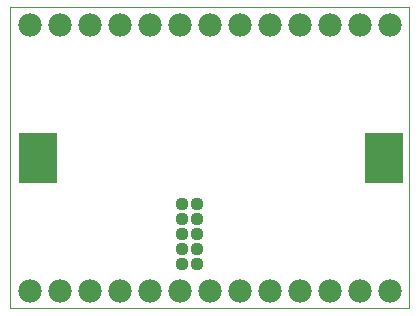
<source format=gbs>
G75*
%MOIN*%
%OFA0B0*%
%FSLAX25Y25*%
%IPPOS*%
%LPD*%
%AMOC8*
5,1,8,0,0,1.08239X$1,22.5*
%
%ADD10C,0.00000*%
%ADD11C,0.04400*%
%ADD12C,0.07800*%
%ADD13R,0.12998X0.16935*%
D10*
X0080331Y0048835D02*
X0080331Y0149228D01*
X0213402Y0149228D01*
X0213402Y0048835D01*
X0080331Y0048835D01*
D11*
X0137673Y0063638D03*
X0142673Y0063638D03*
X0142673Y0068638D03*
X0137673Y0068638D03*
X0137673Y0073638D03*
X0142673Y0073638D03*
X0142673Y0078638D03*
X0137673Y0078638D03*
X0137673Y0083638D03*
X0142673Y0083638D03*
D12*
X0146866Y0054740D03*
X0136866Y0054740D03*
X0126866Y0054740D03*
X0116866Y0054740D03*
X0106866Y0054740D03*
X0096866Y0054740D03*
X0086866Y0054740D03*
X0156866Y0054740D03*
X0166866Y0054740D03*
X0176866Y0054740D03*
X0186866Y0054740D03*
X0196866Y0054740D03*
X0206866Y0054740D03*
X0206866Y0143323D03*
X0196866Y0143323D03*
X0186866Y0143323D03*
X0176866Y0143323D03*
X0166866Y0143323D03*
X0156866Y0143323D03*
X0146866Y0143323D03*
X0136866Y0143323D03*
X0126866Y0143323D03*
X0116866Y0143323D03*
X0106866Y0143323D03*
X0096866Y0143323D03*
X0086866Y0143323D03*
D13*
X0089583Y0099031D03*
X0204937Y0099031D03*
M02*

</source>
